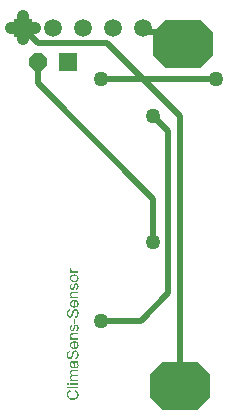
<source format=gtl>
G04*
G04 #@! TF.GenerationSoftware,Altium Limited,Altium NEXUS,1.0.9 (89)*
G04*
G04 Layer_Physical_Order=1*
G04 Layer_Color=255*
%FSLAX42Y42*%
%MOMM*%
G71*
G01*
G75*
G04:AMPARAMS|DCode=11|XSize=4mm|YSize=5mm|CornerRadius=0mm|HoleSize=0mm|Usage=FLASHONLY|Rotation=270.000|XOffset=0mm|YOffset=0mm|HoleType=Round|Shape=Octagon|*
%AMOCTAGOND11*
4,1,8,2.50,1.00,2.50,-1.00,1.50,-2.00,-1.50,-2.00,-2.50,-1.00,-2.50,1.00,-1.50,2.00,1.50,2.00,2.50,1.00,0.0*
%
%ADD11OCTAGOND11*%

%ADD12C,1.00*%
%ADD17C,0.50*%
%ADD18P,1.65X8X22.5*%
%ADD19R,1.52X1.52*%
%ADD20C,1.52*%
%ADD21C,1.27*%
G36*
X7665Y7599D02*
X7665Y7599D01*
X7665Y7599D01*
X7664Y7598D01*
X7664Y7597D01*
X7663Y7595D01*
X7663Y7594D01*
X7663Y7592D01*
X7663Y7591D01*
Y7590D01*
X7663Y7589D01*
X7663Y7589D01*
X7663Y7587D01*
X7664Y7586D01*
X7664Y7585D01*
X7665Y7584D01*
X7665Y7584D01*
X7665Y7583D01*
X7666Y7583D01*
X7667Y7582D01*
X7667Y7581D01*
X7669Y7581D01*
X7670Y7580D01*
X7671Y7580D01*
X7672Y7579D01*
X7672Y7579D01*
X7674Y7579D01*
X7675Y7579D01*
X7677Y7578D01*
X7680Y7578D01*
X7682Y7578D01*
X7685Y7578D01*
X7722D01*
Y7566D01*
X7652D01*
Y7577D01*
X7662D01*
X7662Y7577D01*
X7661Y7577D01*
X7660Y7578D01*
X7659Y7579D01*
X7657Y7580D01*
X7655Y7581D01*
X7654Y7583D01*
X7653Y7584D01*
X7653Y7584D01*
X7652Y7585D01*
X7652Y7585D01*
X7652Y7586D01*
X7651Y7587D01*
X7651Y7589D01*
X7651Y7590D01*
X7650Y7592D01*
Y7593D01*
X7651Y7594D01*
X7651Y7595D01*
X7651Y7597D01*
X7652Y7599D01*
X7653Y7601D01*
X7654Y7604D01*
X7665Y7599D01*
D02*
G37*
G36*
X7689Y7552D02*
X7691D01*
X7692Y7552D01*
X7694Y7552D01*
X7697Y7551D01*
X7700Y7550D01*
X7704Y7549D01*
X7707Y7548D01*
X7707D01*
X7707Y7548D01*
X7708Y7548D01*
X7708Y7547D01*
X7710Y7546D01*
X7711Y7545D01*
X7713Y7543D01*
X7715Y7541D01*
X7717Y7539D01*
X7719Y7536D01*
Y7536D01*
X7719Y7536D01*
X7719Y7536D01*
X7720Y7535D01*
X7720Y7534D01*
X7720Y7533D01*
X7721Y7531D01*
X7722Y7529D01*
X7722Y7526D01*
X7723Y7523D01*
X7723Y7519D01*
Y7518D01*
X7723Y7517D01*
X7723Y7516D01*
X7723Y7514D01*
X7722Y7513D01*
X7722Y7511D01*
X7721Y7507D01*
X7720Y7505D01*
X7719Y7503D01*
X7718Y7501D01*
X7717Y7499D01*
X7715Y7498D01*
X7714Y7496D01*
X7714Y7496D01*
X7713Y7496D01*
X7713Y7495D01*
X7712Y7495D01*
X7711Y7494D01*
X7710Y7493D01*
X7709Y7492D01*
X7707Y7492D01*
X7705Y7491D01*
X7703Y7490D01*
X7701Y7489D01*
X7698Y7488D01*
X7696Y7488D01*
X7693Y7487D01*
X7690Y7487D01*
X7687Y7487D01*
X7686D01*
X7686D01*
X7685Y7487D01*
X7684D01*
X7682Y7487D01*
X7680Y7488D01*
X7678Y7488D01*
X7676Y7488D01*
X7674Y7489D01*
X7671Y7490D01*
X7669Y7490D01*
X7667Y7492D01*
X7664Y7493D01*
X7662Y7494D01*
X7660Y7496D01*
X7658Y7498D01*
X7658Y7498D01*
X7658Y7498D01*
X7658Y7499D01*
X7657Y7499D01*
X7656Y7500D01*
X7656Y7501D01*
X7655Y7502D01*
X7654Y7504D01*
X7654Y7505D01*
X7653Y7507D01*
X7652Y7511D01*
X7651Y7515D01*
X7651Y7517D01*
X7650Y7519D01*
Y7521D01*
X7651Y7522D01*
X7651Y7523D01*
X7651Y7524D01*
X7651Y7526D01*
X7652Y7528D01*
X7653Y7532D01*
X7653Y7533D01*
X7654Y7535D01*
X7655Y7537D01*
X7657Y7539D01*
X7658Y7541D01*
X7660Y7543D01*
X7660Y7543D01*
X7660Y7543D01*
X7661Y7544D01*
X7662Y7544D01*
X7663Y7545D01*
X7664Y7546D01*
X7665Y7547D01*
X7667Y7548D01*
X7668Y7548D01*
X7670Y7549D01*
X7672Y7550D01*
X7675Y7551D01*
X7677Y7551D01*
X7680Y7552D01*
X7683Y7552D01*
X7686Y7552D01*
X7686D01*
X7686D01*
X7687D01*
X7688D01*
X7689Y7552D01*
D02*
G37*
G36*
X7703Y7477D02*
X7705Y7477D01*
X7706Y7477D01*
X7708Y7476D01*
X7710Y7475D01*
X7712Y7474D01*
X7713Y7474D01*
X7713Y7473D01*
X7714Y7472D01*
X7715Y7471D01*
X7717Y7470D01*
X7718Y7468D01*
X7719Y7466D01*
X7720Y7464D01*
X7721Y7464D01*
X7721Y7463D01*
X7721Y7461D01*
X7722Y7460D01*
X7722Y7457D01*
X7723Y7455D01*
X7723Y7452D01*
X7723Y7449D01*
Y7448D01*
X7723Y7447D01*
Y7446D01*
X7723Y7445D01*
X7722Y7442D01*
X7722Y7438D01*
X7721Y7435D01*
X7719Y7432D01*
X7719Y7430D01*
X7718Y7429D01*
Y7428D01*
X7717Y7428D01*
X7716Y7427D01*
X7715Y7426D01*
X7713Y7425D01*
X7711Y7423D01*
X7708Y7422D01*
X7705Y7420D01*
X7701Y7420D01*
X7699Y7431D01*
X7699D01*
X7699D01*
X7700Y7431D01*
X7701Y7432D01*
X7703Y7432D01*
X7705Y7433D01*
X7706Y7434D01*
X7708Y7435D01*
X7710Y7437D01*
X7710Y7437D01*
X7710Y7437D01*
X7711Y7438D01*
X7712Y7440D01*
X7712Y7442D01*
X7713Y7444D01*
X7713Y7446D01*
X7713Y7449D01*
Y7451D01*
X7713Y7452D01*
X7713Y7454D01*
X7713Y7456D01*
X7712Y7458D01*
X7711Y7460D01*
X7710Y7461D01*
X7710Y7461D01*
X7710Y7462D01*
X7709Y7463D01*
X7708Y7463D01*
X7707Y7464D01*
X7705Y7465D01*
X7704Y7465D01*
X7702Y7465D01*
X7702D01*
X7702D01*
X7701Y7465D01*
X7700Y7465D01*
X7699Y7464D01*
X7698Y7464D01*
X7697Y7463D01*
X7696Y7462D01*
X7696Y7462D01*
X7696Y7461D01*
X7696Y7460D01*
X7695Y7459D01*
X7694Y7458D01*
X7694Y7456D01*
X7693Y7454D01*
X7693Y7453D01*
X7693Y7451D01*
X7692Y7450D01*
Y7450D01*
X7692Y7449D01*
X7692Y7448D01*
X7692Y7448D01*
X7691Y7447D01*
X7691Y7445D01*
X7690Y7443D01*
X7689Y7440D01*
X7688Y7437D01*
X7687Y7434D01*
X7687Y7433D01*
X7686Y7432D01*
X7686Y7431D01*
X7686Y7431D01*
X7685Y7430D01*
X7685Y7429D01*
X7684Y7428D01*
X7683Y7426D01*
X7681Y7425D01*
X7680Y7424D01*
X7680Y7424D01*
X7679Y7424D01*
X7678Y7423D01*
X7677Y7423D01*
X7676Y7422D01*
X7674Y7422D01*
X7672Y7422D01*
X7670Y7422D01*
X7670D01*
X7670D01*
X7669Y7422D01*
X7668Y7422D01*
X7666Y7422D01*
X7665Y7422D01*
X7663Y7423D01*
X7662Y7424D01*
X7662Y7424D01*
X7661Y7424D01*
X7661Y7424D01*
X7660Y7425D01*
X7659Y7426D01*
X7657Y7427D01*
X7656Y7428D01*
X7655Y7429D01*
X7655Y7430D01*
X7655Y7430D01*
X7655Y7431D01*
X7654Y7431D01*
X7654Y7432D01*
X7653Y7434D01*
X7652Y7435D01*
X7652Y7437D01*
Y7437D01*
X7652Y7438D01*
X7651Y7439D01*
X7651Y7440D01*
X7651Y7442D01*
X7651Y7443D01*
X7650Y7445D01*
Y7449D01*
X7651Y7450D01*
X7651Y7452D01*
X7651Y7454D01*
X7651Y7457D01*
X7652Y7459D01*
X7653Y7462D01*
Y7462D01*
X7653Y7462D01*
X7653Y7463D01*
X7654Y7464D01*
X7655Y7465D01*
X7655Y7467D01*
X7657Y7468D01*
X7658Y7469D01*
X7659Y7471D01*
X7659Y7471D01*
X7660Y7471D01*
X7661Y7472D01*
X7662Y7472D01*
X7664Y7473D01*
X7665Y7474D01*
X7667Y7474D01*
X7670Y7475D01*
X7671Y7463D01*
X7671D01*
X7671Y7463D01*
X7670Y7463D01*
X7668Y7462D01*
X7667Y7462D01*
X7666Y7461D01*
X7664Y7460D01*
X7663Y7459D01*
X7663Y7458D01*
X7663Y7458D01*
X7662Y7457D01*
X7662Y7456D01*
X7661Y7454D01*
X7661Y7453D01*
X7660Y7450D01*
X7660Y7448D01*
Y7447D01*
X7660Y7445D01*
X7660Y7444D01*
X7661Y7442D01*
X7661Y7440D01*
X7662Y7438D01*
X7663Y7436D01*
X7663Y7436D01*
X7663Y7436D01*
X7664Y7435D01*
X7665Y7435D01*
X7665Y7434D01*
X7667Y7434D01*
X7668Y7433D01*
X7669Y7433D01*
X7669D01*
X7669D01*
X7670Y7433D01*
X7670D01*
X7672Y7434D01*
X7673Y7434D01*
X7673Y7435D01*
X7673Y7435D01*
X7674Y7436D01*
X7675Y7436D01*
X7675Y7437D01*
X7676Y7438D01*
X7676Y7439D01*
Y7439D01*
X7676Y7439D01*
X7677Y7440D01*
X7677Y7441D01*
X7677Y7442D01*
X7678Y7444D01*
X7678Y7445D01*
X7679Y7446D01*
X7679Y7448D01*
X7679Y7449D01*
Y7449D01*
X7680Y7450D01*
X7680Y7450D01*
X7680Y7451D01*
X7680Y7452D01*
X7681Y7454D01*
X7681Y7456D01*
X7682Y7459D01*
X7683Y7462D01*
X7684Y7465D01*
X7684Y7466D01*
X7685Y7467D01*
X7685Y7467D01*
X7685Y7468D01*
X7686Y7468D01*
X7686Y7470D01*
X7687Y7471D01*
X7688Y7472D01*
X7690Y7473D01*
X7691Y7475D01*
X7691Y7475D01*
X7692Y7475D01*
X7693Y7475D01*
X7694Y7476D01*
X7695Y7477D01*
X7697Y7477D01*
X7699Y7477D01*
X7701Y7477D01*
X7701D01*
X7702D01*
X7703Y7477D01*
D02*
G37*
G36*
X7722Y7394D02*
X7679D01*
X7679D01*
X7679D01*
X7678D01*
X7677D01*
X7675Y7394D01*
X7673Y7394D01*
X7672Y7394D01*
X7670Y7393D01*
X7668Y7393D01*
X7668D01*
X7668Y7393D01*
X7667Y7392D01*
X7666Y7392D01*
X7665Y7391D01*
X7665Y7390D01*
X7664Y7389D01*
X7663Y7388D01*
X7663Y7388D01*
X7663Y7387D01*
X7662Y7387D01*
X7662Y7386D01*
X7661Y7384D01*
X7661Y7383D01*
X7661Y7381D01*
X7661Y7380D01*
Y7378D01*
X7661Y7377D01*
X7661Y7375D01*
X7662Y7373D01*
X7663Y7371D01*
X7664Y7369D01*
X7665Y7367D01*
X7666Y7367D01*
X7666Y7366D01*
X7667Y7366D01*
X7668Y7365D01*
X7669Y7365D01*
X7670Y7364D01*
X7671Y7364D01*
X7672Y7363D01*
X7673Y7363D01*
X7675Y7362D01*
X7677Y7362D01*
X7679Y7362D01*
X7681Y7361D01*
X7684D01*
X7722D01*
Y7350D01*
X7652D01*
Y7360D01*
X7662D01*
X7662Y7360D01*
X7661Y7361D01*
X7661Y7361D01*
X7660Y7362D01*
X7659Y7362D01*
X7658Y7363D01*
X7657Y7365D01*
X7656Y7366D01*
X7655Y7367D01*
X7654Y7369D01*
X7653Y7371D01*
X7652Y7373D01*
X7651Y7375D01*
X7651Y7377D01*
X7651Y7380D01*
X7650Y7382D01*
Y7383D01*
X7651Y7385D01*
X7651Y7386D01*
X7651Y7388D01*
X7651Y7390D01*
X7652Y7392D01*
X7653Y7394D01*
X7653Y7394D01*
X7653Y7395D01*
X7654Y7396D01*
X7654Y7397D01*
X7655Y7398D01*
X7656Y7399D01*
X7657Y7401D01*
X7659Y7402D01*
X7659Y7402D01*
X7659Y7402D01*
X7660Y7403D01*
X7661Y7403D01*
X7662Y7404D01*
X7664Y7404D01*
X7665Y7405D01*
X7667Y7405D01*
X7667D01*
X7668Y7406D01*
X7669Y7406D01*
X7670Y7406D01*
X7672D01*
X7673Y7406D01*
X7676Y7406D01*
X7679D01*
X7722D01*
Y7394D01*
D02*
G37*
G36*
X7690Y7335D02*
Y7283D01*
X7690D01*
X7690D01*
X7691Y7283D01*
X7692D01*
X7693Y7283D01*
X7694Y7284D01*
X7696Y7284D01*
X7699Y7285D01*
X7702Y7286D01*
X7705Y7288D01*
X7707Y7290D01*
X7708Y7290D01*
X7708Y7291D01*
X7709Y7292D01*
X7710Y7294D01*
X7712Y7296D01*
X7712Y7298D01*
X7713Y7301D01*
X7713Y7304D01*
Y7305D01*
X7713Y7306D01*
X7713Y7308D01*
X7713Y7310D01*
X7712Y7311D01*
X7711Y7313D01*
X7710Y7315D01*
X7710Y7315D01*
X7709Y7316D01*
X7709Y7317D01*
X7707Y7318D01*
X7706Y7319D01*
X7704Y7320D01*
X7702Y7321D01*
X7699Y7323D01*
X7701Y7335D01*
X7701D01*
X7701Y7335D01*
X7702Y7334D01*
X7702Y7334D01*
X7703Y7334D01*
X7704Y7333D01*
X7707Y7332D01*
X7709Y7331D01*
X7712Y7329D01*
X7715Y7327D01*
X7717Y7324D01*
Y7324D01*
X7718Y7324D01*
X7718Y7323D01*
X7718Y7323D01*
X7719Y7322D01*
X7719Y7321D01*
X7720Y7320D01*
X7720Y7319D01*
X7721Y7316D01*
X7722Y7312D01*
X7723Y7308D01*
X7723Y7304D01*
Y7303D01*
X7723Y7302D01*
X7723Y7300D01*
X7723Y7299D01*
X7722Y7297D01*
X7722Y7295D01*
X7721Y7292D01*
X7720Y7289D01*
X7719Y7287D01*
X7718Y7285D01*
X7717Y7283D01*
X7715Y7282D01*
X7714Y7280D01*
X7714Y7280D01*
X7713Y7279D01*
X7713Y7279D01*
X7712Y7278D01*
X7711Y7278D01*
X7710Y7277D01*
X7709Y7276D01*
X7707Y7275D01*
X7705Y7275D01*
X7703Y7274D01*
X7701Y7273D01*
X7699Y7272D01*
X7696Y7272D01*
X7693Y7271D01*
X7691Y7271D01*
X7687Y7271D01*
X7687D01*
X7687D01*
X7686D01*
X7685Y7271D01*
X7683Y7271D01*
X7681Y7271D01*
X7679Y7272D01*
X7677Y7272D01*
X7673Y7273D01*
X7671Y7274D01*
X7668Y7275D01*
X7666Y7276D01*
X7664Y7277D01*
X7662Y7278D01*
X7660Y7280D01*
X7660Y7280D01*
X7660Y7280D01*
X7659Y7281D01*
X7659Y7282D01*
X7658Y7283D01*
X7657Y7284D01*
X7656Y7285D01*
X7655Y7286D01*
X7654Y7288D01*
X7653Y7290D01*
X7653Y7292D01*
X7652Y7294D01*
X7651Y7296D01*
X7651Y7298D01*
X7651Y7301D01*
X7650Y7303D01*
Y7305D01*
X7651Y7306D01*
X7651Y7307D01*
X7651Y7308D01*
X7651Y7310D01*
X7652Y7311D01*
X7653Y7315D01*
X7654Y7317D01*
X7654Y7319D01*
X7656Y7321D01*
X7657Y7323D01*
X7658Y7324D01*
X7660Y7326D01*
X7660Y7326D01*
X7660Y7327D01*
X7661Y7327D01*
X7662Y7328D01*
X7663Y7328D01*
X7664Y7329D01*
X7665Y7330D01*
X7667Y7331D01*
X7669Y7331D01*
X7671Y7332D01*
X7673Y7333D01*
X7675Y7334D01*
X7678Y7334D01*
X7680Y7335D01*
X7683Y7335D01*
X7687Y7335D01*
X7687D01*
X7687D01*
X7688D01*
X7690Y7335D01*
D02*
G37*
G36*
X7697Y7259D02*
X7699Y7259D01*
X7701Y7258D01*
X7704Y7257D01*
X7706Y7256D01*
X7709Y7255D01*
X7709D01*
X7709Y7255D01*
X7710Y7254D01*
X7711Y7253D01*
X7713Y7251D01*
X7714Y7250D01*
X7716Y7247D01*
X7718Y7245D01*
X7719Y7242D01*
Y7242D01*
X7720Y7242D01*
X7720Y7241D01*
X7720Y7241D01*
X7720Y7240D01*
X7721Y7239D01*
X7721Y7237D01*
X7722Y7234D01*
X7723Y7231D01*
X7723Y7227D01*
X7723Y7224D01*
Y7221D01*
X7723Y7220D01*
Y7219D01*
X7723Y7218D01*
X7723Y7216D01*
X7722Y7213D01*
X7722Y7209D01*
X7721Y7205D01*
X7719Y7202D01*
Y7202D01*
X7719Y7201D01*
X7719Y7201D01*
X7719Y7200D01*
X7718Y7199D01*
X7717Y7197D01*
X7715Y7194D01*
X7713Y7192D01*
X7711Y7190D01*
X7708Y7188D01*
X7708D01*
X7708Y7188D01*
X7707Y7187D01*
X7707Y7187D01*
X7706Y7187D01*
X7705Y7186D01*
X7703Y7185D01*
X7700Y7184D01*
X7697Y7184D01*
X7694Y7183D01*
X7691Y7183D01*
X7690Y7195D01*
X7690D01*
X7690D01*
X7691Y7195D01*
X7692Y7195D01*
X7694Y7195D01*
X7696Y7196D01*
X7698Y7197D01*
X7700Y7198D01*
X7702Y7199D01*
X7702Y7199D01*
X7702Y7199D01*
X7703Y7200D01*
X7704Y7201D01*
X7705Y7202D01*
X7707Y7204D01*
X7708Y7206D01*
X7709Y7208D01*
Y7208D01*
X7709Y7209D01*
X7709Y7209D01*
X7710Y7211D01*
X7710Y7213D01*
X7711Y7215D01*
X7711Y7217D01*
X7712Y7220D01*
X7712Y7223D01*
Y7224D01*
X7712Y7226D01*
X7712Y7227D01*
X7711Y7229D01*
X7711Y7231D01*
X7710Y7234D01*
X7710Y7236D01*
X7710Y7236D01*
X7709Y7237D01*
X7709Y7238D01*
X7708Y7239D01*
X7707Y7240D01*
X7706Y7242D01*
X7705Y7243D01*
X7704Y7244D01*
X7704Y7244D01*
X7703Y7244D01*
X7702Y7245D01*
X7701Y7245D01*
X7700Y7246D01*
X7699Y7246D01*
X7697Y7247D01*
X7696Y7247D01*
X7695D01*
X7695D01*
X7694Y7247D01*
X7693Y7247D01*
X7692Y7246D01*
X7690Y7246D01*
X7689Y7245D01*
X7688Y7244D01*
X7688Y7244D01*
X7687Y7244D01*
X7687Y7243D01*
X7686Y7242D01*
X7685Y7241D01*
X7684Y7240D01*
X7683Y7238D01*
X7682Y7236D01*
X7682Y7235D01*
X7682Y7235D01*
X7681Y7234D01*
X7681Y7233D01*
X7681Y7232D01*
X7681Y7231D01*
X7680Y7230D01*
X7680Y7228D01*
X7679Y7227D01*
X7679Y7225D01*
X7678Y7223D01*
X7678Y7221D01*
X7677Y7218D01*
Y7218D01*
X7677Y7218D01*
X7677Y7217D01*
X7677Y7216D01*
X7676Y7215D01*
X7676Y7214D01*
X7675Y7211D01*
X7674Y7208D01*
X7673Y7205D01*
X7672Y7202D01*
X7672Y7201D01*
X7671Y7200D01*
Y7200D01*
X7671Y7200D01*
X7671Y7199D01*
X7670Y7198D01*
X7669Y7196D01*
X7668Y7194D01*
X7666Y7193D01*
X7664Y7191D01*
X7663Y7190D01*
X7662Y7189D01*
X7662Y7189D01*
X7660Y7189D01*
X7659Y7188D01*
X7657Y7187D01*
X7655Y7187D01*
X7653Y7186D01*
X7650Y7186D01*
X7650D01*
X7650D01*
X7650D01*
X7649D01*
X7648Y7187D01*
X7646Y7187D01*
X7644Y7187D01*
X7642Y7188D01*
X7639Y7189D01*
X7637Y7190D01*
X7637D01*
X7637Y7190D01*
X7636Y7191D01*
X7635Y7192D01*
X7633Y7193D01*
X7632Y7195D01*
X7630Y7197D01*
X7628Y7200D01*
X7627Y7202D01*
Y7203D01*
X7627Y7203D01*
X7627Y7203D01*
X7627Y7204D01*
X7626Y7205D01*
X7626Y7205D01*
X7625Y7208D01*
X7625Y7210D01*
X7624Y7213D01*
X7624Y7217D01*
X7624Y7220D01*
Y7222D01*
X7624Y7223D01*
Y7224D01*
X7624Y7226D01*
X7625Y7229D01*
X7625Y7232D01*
X7626Y7236D01*
X7627Y7239D01*
Y7239D01*
X7628Y7239D01*
X7628Y7240D01*
X7628Y7240D01*
X7629Y7242D01*
X7630Y7244D01*
X7631Y7246D01*
X7633Y7248D01*
X7635Y7250D01*
X7638Y7251D01*
X7638Y7252D01*
X7639Y7252D01*
X7640Y7253D01*
X7642Y7254D01*
X7644Y7255D01*
X7647Y7255D01*
X7650Y7256D01*
X7653Y7256D01*
X7653Y7244D01*
X7653D01*
X7653D01*
X7653Y7244D01*
X7652Y7244D01*
X7650Y7244D01*
X7648Y7243D01*
X7646Y7242D01*
X7644Y7241D01*
X7642Y7239D01*
X7640Y7237D01*
X7640Y7237D01*
X7639Y7236D01*
X7638Y7235D01*
X7637Y7233D01*
X7637Y7231D01*
X7636Y7228D01*
X7635Y7224D01*
X7635Y7221D01*
Y7219D01*
X7635Y7218D01*
X7635Y7217D01*
X7636Y7214D01*
X7636Y7211D01*
X7637Y7209D01*
X7638Y7206D01*
X7639Y7205D01*
X7639Y7204D01*
X7640Y7204D01*
X7640Y7203D01*
X7641Y7202D01*
X7642Y7201D01*
X7644Y7200D01*
X7646Y7199D01*
X7648Y7199D01*
X7650Y7199D01*
X7650D01*
X7651D01*
X7652Y7199D01*
X7653Y7199D01*
X7654Y7199D01*
X7655Y7200D01*
X7657Y7201D01*
X7658Y7202D01*
X7658Y7202D01*
X7659Y7203D01*
X7659Y7204D01*
X7659Y7204D01*
X7660Y7205D01*
X7660Y7206D01*
X7661Y7207D01*
X7661Y7209D01*
X7662Y7210D01*
X7663Y7212D01*
X7663Y7214D01*
X7664Y7216D01*
X7664Y7219D01*
X7665Y7221D01*
Y7222D01*
X7665Y7222D01*
X7665Y7223D01*
X7666Y7224D01*
X7666Y7225D01*
X7666Y7227D01*
X7667Y7230D01*
X7668Y7233D01*
X7669Y7237D01*
X7669Y7239D01*
X7670Y7240D01*
X7671Y7242D01*
X7671Y7243D01*
Y7243D01*
X7671Y7243D01*
X7671Y7244D01*
X7672Y7244D01*
X7673Y7246D01*
X7674Y7247D01*
X7675Y7249D01*
X7677Y7252D01*
X7679Y7253D01*
X7681Y7255D01*
X7681Y7255D01*
X7682Y7256D01*
X7683Y7256D01*
X7685Y7257D01*
X7687Y7258D01*
X7689Y7259D01*
X7692Y7259D01*
X7694Y7259D01*
X7695D01*
X7695D01*
X7695D01*
X7696D01*
X7697Y7259D01*
D02*
G37*
G36*
X7693Y7136D02*
X7681D01*
Y7172D01*
X7693D01*
Y7136D01*
D02*
G37*
G36*
X7703Y7127D02*
X7705Y7126D01*
X7706Y7126D01*
X7708Y7125D01*
X7710Y7124D01*
X7712Y7123D01*
X7713Y7123D01*
X7713Y7123D01*
X7714Y7122D01*
X7715Y7121D01*
X7717Y7119D01*
X7718Y7118D01*
X7719Y7116D01*
X7720Y7113D01*
X7721Y7113D01*
X7721Y7112D01*
X7721Y7111D01*
X7722Y7109D01*
X7722Y7107D01*
X7723Y7104D01*
X7723Y7102D01*
X7723Y7099D01*
Y7097D01*
X7723Y7096D01*
Y7095D01*
X7723Y7094D01*
X7722Y7091D01*
X7722Y7088D01*
X7721Y7084D01*
X7719Y7081D01*
X7719Y7079D01*
X7718Y7078D01*
Y7078D01*
X7717Y7078D01*
X7716Y7077D01*
X7715Y7076D01*
X7713Y7074D01*
X7711Y7073D01*
X7708Y7071D01*
X7705Y7070D01*
X7701Y7069D01*
X7699Y7081D01*
X7699D01*
X7699D01*
X7700Y7081D01*
X7701Y7081D01*
X7703Y7082D01*
X7705Y7082D01*
X7706Y7083D01*
X7708Y7085D01*
X7710Y7086D01*
X7710Y7086D01*
X7710Y7087D01*
X7711Y7088D01*
X7712Y7089D01*
X7712Y7091D01*
X7713Y7093D01*
X7713Y7096D01*
X7713Y7099D01*
Y7100D01*
X7713Y7101D01*
X7713Y7103D01*
X7713Y7105D01*
X7712Y7107D01*
X7711Y7109D01*
X7710Y7111D01*
X7710Y7111D01*
X7710Y7111D01*
X7709Y7112D01*
X7708Y7113D01*
X7707Y7113D01*
X7705Y7114D01*
X7704Y7115D01*
X7702Y7115D01*
X7702D01*
X7702D01*
X7701Y7115D01*
X7700Y7114D01*
X7699Y7114D01*
X7698Y7113D01*
X7697Y7112D01*
X7696Y7111D01*
X7696Y7111D01*
X7696Y7111D01*
X7696Y7110D01*
X7695Y7109D01*
X7694Y7107D01*
X7694Y7105D01*
X7693Y7104D01*
X7693Y7102D01*
X7693Y7101D01*
X7692Y7099D01*
Y7099D01*
X7692Y7099D01*
X7692Y7098D01*
X7692Y7097D01*
X7691Y7096D01*
X7691Y7095D01*
X7690Y7092D01*
X7689Y7089D01*
X7688Y7086D01*
X7687Y7083D01*
X7687Y7082D01*
X7686Y7081D01*
X7686Y7081D01*
X7686Y7080D01*
X7685Y7079D01*
X7685Y7078D01*
X7684Y7077D01*
X7683Y7076D01*
X7681Y7075D01*
X7680Y7074D01*
X7680Y7073D01*
X7679Y7073D01*
X7678Y7073D01*
X7677Y7072D01*
X7676Y7072D01*
X7674Y7071D01*
X7672Y7071D01*
X7670Y7071D01*
X7670D01*
X7670D01*
X7669Y7071D01*
X7668Y7071D01*
X7666Y7071D01*
X7665Y7072D01*
X7663Y7072D01*
X7662Y7073D01*
X7662Y7073D01*
X7661Y7073D01*
X7661Y7074D01*
X7660Y7075D01*
X7659Y7075D01*
X7657Y7076D01*
X7656Y7078D01*
X7655Y7079D01*
X7655Y7079D01*
X7655Y7079D01*
X7655Y7080D01*
X7654Y7081D01*
X7654Y7082D01*
X7653Y7083D01*
X7652Y7085D01*
X7652Y7086D01*
Y7087D01*
X7652Y7087D01*
X7651Y7088D01*
X7651Y7089D01*
X7651Y7091D01*
X7651Y7093D01*
X7650Y7095D01*
Y7098D01*
X7651Y7100D01*
X7651Y7101D01*
X7651Y7104D01*
X7651Y7106D01*
X7652Y7109D01*
X7653Y7111D01*
Y7111D01*
X7653Y7111D01*
X7653Y7112D01*
X7654Y7113D01*
X7655Y7114D01*
X7655Y7116D01*
X7657Y7117D01*
X7658Y7119D01*
X7659Y7120D01*
X7659Y7120D01*
X7660Y7121D01*
X7661Y7121D01*
X7662Y7122D01*
X7664Y7122D01*
X7665Y7123D01*
X7667Y7124D01*
X7670Y7124D01*
X7671Y7113D01*
X7671D01*
X7671Y7113D01*
X7670Y7112D01*
X7668Y7112D01*
X7667Y7111D01*
X7666Y7110D01*
X7664Y7109D01*
X7663Y7108D01*
X7663Y7108D01*
X7663Y7107D01*
X7662Y7106D01*
X7662Y7105D01*
X7661Y7104D01*
X7661Y7102D01*
X7660Y7100D01*
X7660Y7097D01*
Y7096D01*
X7660Y7095D01*
X7660Y7093D01*
X7661Y7091D01*
X7661Y7089D01*
X7662Y7087D01*
X7663Y7086D01*
X7663Y7086D01*
X7663Y7085D01*
X7664Y7085D01*
X7665Y7084D01*
X7665Y7084D01*
X7667Y7083D01*
X7668Y7083D01*
X7669Y7082D01*
X7669D01*
X7669D01*
X7670Y7083D01*
X7670D01*
X7672Y7083D01*
X7673Y7084D01*
X7673Y7084D01*
X7673Y7084D01*
X7674Y7085D01*
X7675Y7086D01*
X7675Y7086D01*
X7676Y7087D01*
X7676Y7088D01*
Y7088D01*
X7676Y7089D01*
X7677Y7089D01*
X7677Y7090D01*
X7677Y7092D01*
X7678Y7093D01*
X7678Y7095D01*
X7679Y7096D01*
X7679Y7097D01*
X7679Y7099D01*
Y7099D01*
X7680Y7099D01*
X7680Y7100D01*
X7680Y7101D01*
X7680Y7102D01*
X7681Y7103D01*
X7681Y7106D01*
X7682Y7108D01*
X7683Y7111D01*
X7684Y7114D01*
X7684Y7115D01*
X7685Y7116D01*
X7685Y7116D01*
X7685Y7117D01*
X7686Y7118D01*
X7686Y7119D01*
X7687Y7120D01*
X7688Y7122D01*
X7690Y7123D01*
X7691Y7124D01*
X7691Y7124D01*
X7692Y7124D01*
X7693Y7125D01*
X7694Y7125D01*
X7695Y7126D01*
X7697Y7126D01*
X7699Y7127D01*
X7701Y7127D01*
X7701D01*
X7702D01*
X7703Y7127D01*
D02*
G37*
G36*
X7722Y7044D02*
X7679D01*
X7679D01*
X7679D01*
X7678D01*
X7677D01*
X7675Y7044D01*
X7673Y7043D01*
X7672Y7043D01*
X7670Y7043D01*
X7668Y7042D01*
X7668D01*
X7668Y7042D01*
X7667Y7042D01*
X7666Y7041D01*
X7665Y7040D01*
X7665Y7040D01*
X7664Y7039D01*
X7663Y7037D01*
X7663Y7037D01*
X7663Y7037D01*
X7662Y7036D01*
X7662Y7035D01*
X7661Y7034D01*
X7661Y7032D01*
X7661Y7031D01*
X7661Y7029D01*
Y7028D01*
X7661Y7027D01*
X7661Y7025D01*
X7662Y7023D01*
X7663Y7021D01*
X7664Y7018D01*
X7665Y7016D01*
X7666Y7016D01*
X7666Y7015D01*
X7667Y7015D01*
X7668Y7015D01*
X7669Y7014D01*
X7670Y7014D01*
X7671Y7013D01*
X7672Y7013D01*
X7673Y7012D01*
X7675Y7012D01*
X7677Y7011D01*
X7679Y7011D01*
X7681Y7011D01*
X7684D01*
X7722D01*
Y6999D01*
X7652D01*
Y7010D01*
X7662D01*
X7662Y7010D01*
X7661Y7010D01*
X7661Y7011D01*
X7660Y7011D01*
X7659Y7012D01*
X7658Y7013D01*
X7657Y7014D01*
X7656Y7015D01*
X7655Y7017D01*
X7654Y7018D01*
X7653Y7020D01*
X7652Y7022D01*
X7651Y7024D01*
X7651Y7027D01*
X7651Y7029D01*
X7650Y7032D01*
Y7033D01*
X7651Y7034D01*
X7651Y7036D01*
X7651Y7037D01*
X7651Y7039D01*
X7652Y7041D01*
X7653Y7043D01*
X7653Y7044D01*
X7653Y7044D01*
X7654Y7045D01*
X7654Y7046D01*
X7655Y7048D01*
X7656Y7049D01*
X7657Y7050D01*
X7659Y7051D01*
X7659Y7051D01*
X7659Y7052D01*
X7660Y7052D01*
X7661Y7053D01*
X7662Y7053D01*
X7664Y7054D01*
X7665Y7054D01*
X7667Y7055D01*
X7667D01*
X7668Y7055D01*
X7669Y7055D01*
X7670Y7055D01*
X7672D01*
X7673Y7055D01*
X7676Y7056D01*
X7679D01*
X7722D01*
Y7044D01*
D02*
G37*
G36*
X7690Y6984D02*
Y6933D01*
X7690D01*
X7690D01*
X7691Y6933D01*
X7692D01*
X7693Y6933D01*
X7694Y6933D01*
X7696Y6934D01*
X7699Y6934D01*
X7702Y6936D01*
X7705Y6937D01*
X7707Y6939D01*
X7708Y6939D01*
X7708Y6940D01*
X7709Y6941D01*
X7710Y6943D01*
X7712Y6945D01*
X7712Y6947D01*
X7713Y6950D01*
X7713Y6953D01*
Y6955D01*
X7713Y6956D01*
X7713Y6957D01*
X7713Y6959D01*
X7712Y6961D01*
X7711Y6963D01*
X7710Y6965D01*
X7710Y6965D01*
X7709Y6965D01*
X7709Y6966D01*
X7707Y6967D01*
X7706Y6968D01*
X7704Y6970D01*
X7702Y6971D01*
X7699Y6972D01*
X7701Y6984D01*
X7701D01*
X7701Y6984D01*
X7702Y6984D01*
X7702Y6984D01*
X7703Y6983D01*
X7704Y6983D01*
X7707Y6982D01*
X7709Y6980D01*
X7712Y6978D01*
X7715Y6976D01*
X7717Y6973D01*
Y6973D01*
X7718Y6973D01*
X7718Y6973D01*
X7718Y6972D01*
X7719Y6971D01*
X7719Y6970D01*
X7720Y6969D01*
X7720Y6968D01*
X7721Y6965D01*
X7722Y6962D01*
X7723Y6958D01*
X7723Y6953D01*
Y6952D01*
X7723Y6951D01*
X7723Y6950D01*
X7723Y6948D01*
X7722Y6946D01*
X7722Y6945D01*
X7721Y6941D01*
X7720Y6939D01*
X7719Y6937D01*
X7718Y6935D01*
X7717Y6933D01*
X7715Y6931D01*
X7714Y6929D01*
X7714Y6929D01*
X7713Y6929D01*
X7713Y6928D01*
X7712Y6928D01*
X7711Y6927D01*
X7710Y6926D01*
X7709Y6926D01*
X7707Y6925D01*
X7705Y6924D01*
X7703Y6923D01*
X7701Y6922D01*
X7699Y6922D01*
X7696Y6921D01*
X7693Y6921D01*
X7691Y6921D01*
X7687Y6920D01*
X7687D01*
X7687D01*
X7686D01*
X7685Y6921D01*
X7683Y6921D01*
X7681Y6921D01*
X7679Y6921D01*
X7677Y6922D01*
X7673Y6923D01*
X7671Y6923D01*
X7668Y6924D01*
X7666Y6925D01*
X7664Y6926D01*
X7662Y6928D01*
X7660Y6929D01*
X7660Y6930D01*
X7660Y6930D01*
X7659Y6930D01*
X7659Y6931D01*
X7658Y6932D01*
X7657Y6933D01*
X7656Y6934D01*
X7655Y6936D01*
X7654Y6937D01*
X7653Y6939D01*
X7653Y6941D01*
X7652Y6943D01*
X7651Y6945D01*
X7651Y6948D01*
X7651Y6950D01*
X7650Y6953D01*
Y6954D01*
X7651Y6955D01*
X7651Y6956D01*
X7651Y6958D01*
X7651Y6959D01*
X7652Y6961D01*
X7653Y6964D01*
X7654Y6966D01*
X7654Y6968D01*
X7656Y6970D01*
X7657Y6972D01*
X7658Y6974D01*
X7660Y6976D01*
X7660Y6976D01*
X7660Y6976D01*
X7661Y6976D01*
X7662Y6977D01*
X7663Y6978D01*
X7664Y6978D01*
X7665Y6979D01*
X7667Y6980D01*
X7669Y6981D01*
X7671Y6982D01*
X7673Y6982D01*
X7675Y6983D01*
X7678Y6984D01*
X7680Y6984D01*
X7683Y6984D01*
X7687Y6985D01*
X7687D01*
X7687D01*
X7688D01*
X7690Y6984D01*
D02*
G37*
G36*
X7697Y6908D02*
X7699Y6908D01*
X7701Y6907D01*
X7704Y6907D01*
X7706Y6906D01*
X7709Y6904D01*
X7709D01*
X7709Y6904D01*
X7710Y6903D01*
X7711Y6902D01*
X7713Y6901D01*
X7714Y6899D01*
X7716Y6897D01*
X7718Y6894D01*
X7719Y6891D01*
Y6891D01*
X7720Y6891D01*
X7720Y6891D01*
X7720Y6890D01*
X7720Y6889D01*
X7721Y6888D01*
X7721Y6886D01*
X7722Y6883D01*
X7723Y6880D01*
X7723Y6877D01*
X7723Y6873D01*
Y6871D01*
X7723Y6870D01*
Y6868D01*
X7723Y6867D01*
X7723Y6865D01*
X7722Y6862D01*
X7722Y6858D01*
X7721Y6855D01*
X7719Y6851D01*
Y6851D01*
X7719Y6851D01*
X7719Y6850D01*
X7719Y6850D01*
X7718Y6848D01*
X7717Y6846D01*
X7715Y6844D01*
X7713Y6842D01*
X7711Y6839D01*
X7708Y6837D01*
X7708D01*
X7708Y6837D01*
X7707Y6837D01*
X7707Y6837D01*
X7706Y6836D01*
X7705Y6836D01*
X7703Y6835D01*
X7700Y6834D01*
X7697Y6833D01*
X7694Y6832D01*
X7691Y6832D01*
X7690Y6844D01*
X7690D01*
X7690D01*
X7691Y6844D01*
X7692Y6845D01*
X7694Y6845D01*
X7696Y6845D01*
X7698Y6846D01*
X7700Y6847D01*
X7702Y6848D01*
X7702Y6848D01*
X7702Y6849D01*
X7703Y6849D01*
X7704Y6850D01*
X7705Y6852D01*
X7707Y6853D01*
X7708Y6855D01*
X7709Y6858D01*
Y6858D01*
X7709Y6858D01*
X7709Y6859D01*
X7710Y6860D01*
X7710Y6862D01*
X7711Y6864D01*
X7711Y6867D01*
X7712Y6869D01*
X7712Y6872D01*
Y6874D01*
X7712Y6875D01*
X7712Y6877D01*
X7711Y6879D01*
X7711Y6881D01*
X7710Y6883D01*
X7710Y6885D01*
X7710Y6885D01*
X7709Y6886D01*
X7709Y6887D01*
X7708Y6888D01*
X7707Y6890D01*
X7706Y6891D01*
X7705Y6892D01*
X7704Y6893D01*
X7704Y6894D01*
X7703Y6894D01*
X7702Y6894D01*
X7701Y6895D01*
X7700Y6895D01*
X7699Y6896D01*
X7697Y6896D01*
X7696Y6896D01*
X7695D01*
X7695D01*
X7694Y6896D01*
X7693Y6896D01*
X7692Y6896D01*
X7690Y6895D01*
X7689Y6895D01*
X7688Y6894D01*
X7688Y6894D01*
X7687Y6893D01*
X7687Y6893D01*
X7686Y6892D01*
X7685Y6890D01*
X7684Y6889D01*
X7683Y6887D01*
X7682Y6885D01*
X7682Y6885D01*
X7682Y6884D01*
X7681Y6883D01*
X7681Y6882D01*
X7681Y6881D01*
X7681Y6880D01*
X7680Y6879D01*
X7680Y6878D01*
X7679Y6876D01*
X7679Y6874D01*
X7678Y6872D01*
X7678Y6870D01*
X7677Y6868D01*
Y6868D01*
X7677Y6867D01*
X7677Y6867D01*
X7677Y6866D01*
X7676Y6865D01*
X7676Y6863D01*
X7675Y6861D01*
X7674Y6857D01*
X7673Y6854D01*
X7672Y6852D01*
X7672Y6850D01*
X7671Y6849D01*
Y6849D01*
X7671Y6849D01*
X7671Y6848D01*
X7670Y6847D01*
X7669Y6845D01*
X7668Y6844D01*
X7666Y6842D01*
X7664Y6840D01*
X7663Y6839D01*
X7662Y6839D01*
X7662Y6838D01*
X7660Y6838D01*
X7659Y6837D01*
X7657Y6837D01*
X7655Y6836D01*
X7653Y6836D01*
X7650Y6836D01*
X7650D01*
X7650D01*
X7650D01*
X7649D01*
X7648Y6836D01*
X7646Y6836D01*
X7644Y6837D01*
X7642Y6837D01*
X7639Y6838D01*
X7637Y6840D01*
X7637D01*
X7637Y6840D01*
X7636Y6840D01*
X7635Y6841D01*
X7633Y6843D01*
X7632Y6845D01*
X7630Y6847D01*
X7628Y6849D01*
X7627Y6852D01*
Y6852D01*
X7627Y6852D01*
X7627Y6853D01*
X7627Y6853D01*
X7626Y6854D01*
X7626Y6855D01*
X7625Y6857D01*
X7625Y6860D01*
X7624Y6863D01*
X7624Y6866D01*
X7624Y6869D01*
Y6871D01*
X7624Y6872D01*
Y6873D01*
X7624Y6876D01*
X7625Y6879D01*
X7625Y6882D01*
X7626Y6885D01*
X7627Y6888D01*
Y6888D01*
X7628Y6889D01*
X7628Y6889D01*
X7628Y6890D01*
X7629Y6891D01*
X7630Y6893D01*
X7631Y6895D01*
X7633Y6897D01*
X7635Y6899D01*
X7638Y6901D01*
X7638Y6901D01*
X7639Y6902D01*
X7640Y6902D01*
X7642Y6903D01*
X7644Y6904D01*
X7647Y6905D01*
X7650Y6905D01*
X7653Y6906D01*
X7653Y6894D01*
X7653D01*
X7653D01*
X7653Y6893D01*
X7652Y6893D01*
X7650Y6893D01*
X7648Y6892D01*
X7646Y6891D01*
X7644Y6890D01*
X7642Y6889D01*
X7640Y6887D01*
X7640Y6887D01*
X7639Y6886D01*
X7638Y6884D01*
X7637Y6883D01*
X7637Y6880D01*
X7636Y6877D01*
X7635Y6874D01*
X7635Y6870D01*
Y6868D01*
X7635Y6867D01*
X7635Y6866D01*
X7636Y6864D01*
X7636Y6861D01*
X7637Y6858D01*
X7638Y6856D01*
X7639Y6854D01*
X7639Y6853D01*
X7640Y6853D01*
X7640Y6852D01*
X7641Y6852D01*
X7642Y6851D01*
X7644Y6850D01*
X7646Y6849D01*
X7648Y6848D01*
X7650Y6848D01*
X7650D01*
X7651D01*
X7652Y6848D01*
X7653Y6848D01*
X7654Y6849D01*
X7655Y6850D01*
X7657Y6850D01*
X7658Y6852D01*
X7658Y6852D01*
X7659Y6853D01*
X7659Y6853D01*
X7659Y6854D01*
X7660Y6854D01*
X7660Y6855D01*
X7661Y6857D01*
X7661Y6858D01*
X7662Y6860D01*
X7663Y6861D01*
X7663Y6863D01*
X7664Y6866D01*
X7664Y6868D01*
X7665Y6871D01*
Y6871D01*
X7665Y6872D01*
X7665Y6872D01*
X7666Y6873D01*
X7666Y6875D01*
X7666Y6876D01*
X7667Y6879D01*
X7668Y6883D01*
X7669Y6886D01*
X7669Y6888D01*
X7670Y6890D01*
X7671Y6891D01*
X7671Y6892D01*
Y6892D01*
X7671Y6893D01*
X7671Y6893D01*
X7672Y6894D01*
X7673Y6895D01*
X7674Y6897D01*
X7675Y6899D01*
X7677Y6901D01*
X7679Y6903D01*
X7681Y6905D01*
X7681Y6905D01*
X7682Y6905D01*
X7683Y6906D01*
X7685Y6907D01*
X7687Y6907D01*
X7689Y6908D01*
X7692Y6908D01*
X7694Y6909D01*
X7695D01*
X7695D01*
X7695D01*
X7696D01*
X7697Y6908D01*
D02*
G37*
G36*
X7722Y6808D02*
X7721Y6808D01*
X7721Y6808D01*
X7720Y6807D01*
X7719Y6807D01*
X7718Y6807D01*
X7716Y6806D01*
X7715Y6806D01*
X7713Y6806D01*
X7713Y6805D01*
X7714Y6805D01*
X7715Y6803D01*
X7716Y6802D01*
X7717Y6800D01*
X7719Y6798D01*
X7720Y6795D01*
X7721Y6793D01*
X7721Y6793D01*
X7721Y6792D01*
X7722Y6791D01*
X7722Y6789D01*
X7722Y6787D01*
X7723Y6785D01*
X7723Y6783D01*
X7723Y6780D01*
Y6779D01*
X7723Y6778D01*
Y6777D01*
X7723Y6776D01*
X7722Y6773D01*
X7722Y6771D01*
X7721Y6768D01*
X7719Y6765D01*
X7718Y6762D01*
X7717Y6762D01*
X7717Y6761D01*
X7715Y6760D01*
X7714Y6759D01*
X7712Y6758D01*
X7709Y6757D01*
X7706Y6756D01*
X7705Y6756D01*
X7703Y6756D01*
X7703D01*
X7702D01*
X7701Y6756D01*
X7700Y6756D01*
X7699Y6757D01*
X7697Y6757D01*
X7695Y6758D01*
X7694Y6758D01*
X7694Y6759D01*
X7693Y6759D01*
X7692Y6759D01*
X7691Y6760D01*
X7690Y6761D01*
X7689Y6762D01*
X7688Y6763D01*
X7687Y6764D01*
X7687Y6765D01*
X7687Y6765D01*
X7686Y6766D01*
X7686Y6767D01*
X7685Y6768D01*
X7684Y6770D01*
X7684Y6771D01*
X7683Y6773D01*
Y6773D01*
X7683Y6774D01*
X7683Y6775D01*
X7683Y6776D01*
X7682Y6777D01*
X7682Y6779D01*
X7682Y6781D01*
X7681Y6784D01*
Y6784D01*
X7681Y6784D01*
Y6785D01*
X7681Y6786D01*
X7681Y6787D01*
X7681Y6788D01*
X7681Y6790D01*
X7680Y6792D01*
X7680Y6795D01*
X7679Y6799D01*
X7678Y6802D01*
X7678Y6803D01*
X7677Y6805D01*
X7677D01*
X7677D01*
X7676Y6805D01*
X7675D01*
X7675D01*
X7674D01*
X7674D01*
X7674D01*
X7673D01*
X7672Y6805D01*
X7670Y6804D01*
X7669Y6804D01*
X7667Y6803D01*
X7665Y6803D01*
X7664Y6801D01*
X7664Y6801D01*
X7664Y6801D01*
X7663Y6800D01*
X7662Y6798D01*
X7661Y6796D01*
X7661Y6794D01*
X7660Y6791D01*
X7660Y6788D01*
Y6787D01*
X7660Y6785D01*
X7661Y6783D01*
X7661Y6781D01*
X7661Y6779D01*
X7662Y6777D01*
X7663Y6776D01*
X7663Y6775D01*
X7664Y6775D01*
X7664Y6774D01*
X7665Y6773D01*
X7667Y6772D01*
X7669Y6771D01*
X7671Y6771D01*
X7673Y6770D01*
X7672Y6758D01*
X7672D01*
X7671Y6758D01*
X7670Y6758D01*
X7669Y6759D01*
X7667Y6759D01*
X7666Y6760D01*
X7664Y6761D01*
X7662Y6762D01*
X7660Y6763D01*
X7660Y6763D01*
X7659Y6764D01*
X7658Y6765D01*
X7657Y6766D01*
X7656Y6767D01*
X7655Y6769D01*
X7654Y6771D01*
X7653Y6774D01*
Y6774D01*
X7653Y6774D01*
X7653Y6774D01*
X7653Y6775D01*
X7652Y6776D01*
X7652Y6778D01*
X7651Y6781D01*
X7651Y6783D01*
X7651Y6786D01*
X7650Y6790D01*
Y6791D01*
X7651Y6793D01*
X7651Y6795D01*
X7651Y6797D01*
X7651Y6800D01*
X7652Y6802D01*
X7653Y6804D01*
X7653Y6804D01*
X7653Y6805D01*
X7653Y6806D01*
X7654Y6807D01*
X7655Y6809D01*
X7656Y6810D01*
X7657Y6811D01*
X7658Y6812D01*
X7658Y6812D01*
X7658Y6813D01*
X7659Y6813D01*
X7660Y6814D01*
X7661Y6814D01*
X7663Y6815D01*
X7664Y6816D01*
X7666Y6816D01*
X7666D01*
X7666Y6816D01*
X7667Y6816D01*
X7668Y6816D01*
X7670D01*
X7672Y6817D01*
X7674Y6817D01*
X7677D01*
X7692D01*
X7693D01*
X7693D01*
X7694D01*
X7695D01*
X7696D01*
X7698D01*
X7701Y6817D01*
X7705D01*
X7708Y6817D01*
X7710Y6817D01*
X7711D01*
X7712Y6817D01*
X7713Y6817D01*
X7713D01*
X7714Y6818D01*
X7715Y6818D01*
X7716Y6818D01*
X7717Y6818D01*
X7719Y6819D01*
X7722Y6820D01*
Y6808D01*
D02*
G37*
G36*
Y6731D02*
X7678D01*
X7678D01*
X7677D01*
X7677D01*
X7675D01*
X7674Y6731D01*
X7672Y6731D01*
X7670Y6731D01*
X7669Y6730D01*
X7668Y6730D01*
X7667D01*
X7667Y6730D01*
X7666Y6729D01*
X7666Y6729D01*
X7665Y6728D01*
X7664Y6728D01*
X7663Y6727D01*
X7663Y6726D01*
X7663Y6726D01*
X7662Y6725D01*
X7662Y6725D01*
X7662Y6724D01*
X7661Y6723D01*
X7661Y6722D01*
X7661Y6720D01*
X7661Y6719D01*
Y6718D01*
X7661Y6718D01*
X7661Y6716D01*
X7661Y6714D01*
X7662Y6713D01*
X7663Y6710D01*
X7664Y6708D01*
X7666Y6706D01*
X7666Y6706D01*
X7666Y6706D01*
X7668Y6705D01*
X7669Y6704D01*
X7672Y6703D01*
X7674Y6702D01*
X7677Y6702D01*
X7681Y6702D01*
X7722D01*
Y6690D01*
X7676D01*
X7676D01*
X7676D01*
X7676D01*
X7675D01*
X7674Y6690D01*
X7672Y6689D01*
X7670Y6689D01*
X7668Y6689D01*
X7666Y6688D01*
X7665Y6687D01*
X7665Y6687D01*
X7664Y6686D01*
X7663Y6686D01*
X7663Y6685D01*
X7662Y6683D01*
X7661Y6682D01*
X7661Y6680D01*
X7661Y6677D01*
Y6677D01*
X7661Y6676D01*
X7661Y6674D01*
X7661Y6673D01*
X7662Y6671D01*
X7663Y6670D01*
X7663Y6668D01*
X7664Y6668D01*
X7664Y6667D01*
X7665Y6667D01*
X7665Y6666D01*
X7666Y6665D01*
X7668Y6664D01*
X7669Y6663D01*
X7671Y6662D01*
X7671Y6662D01*
X7672Y6662D01*
X7673Y6661D01*
X7675Y6661D01*
X7677Y6661D01*
X7679Y6660D01*
X7682Y6660D01*
X7686Y6660D01*
X7722D01*
Y6648D01*
X7652D01*
Y6659D01*
X7662D01*
X7662Y6659D01*
X7661Y6659D01*
X7660Y6660D01*
X7659Y6661D01*
X7658Y6662D01*
X7656Y6664D01*
X7655Y6666D01*
X7654Y6668D01*
X7653Y6668D01*
X7653Y6669D01*
X7653Y6670D01*
X7652Y6671D01*
X7651Y6673D01*
X7651Y6675D01*
X7651Y6678D01*
X7650Y6680D01*
Y6681D01*
X7651Y6683D01*
X7651Y6685D01*
X7651Y6687D01*
X7652Y6689D01*
X7653Y6691D01*
X7654Y6693D01*
X7654Y6693D01*
X7654Y6694D01*
X7655Y6694D01*
X7656Y6695D01*
X7657Y6697D01*
X7659Y6698D01*
X7661Y6699D01*
X7663Y6700D01*
X7663Y6700D01*
X7662Y6700D01*
X7662Y6701D01*
X7661Y6701D01*
X7660Y6702D01*
X7659Y6703D01*
X7658Y6704D01*
X7657Y6706D01*
X7655Y6707D01*
X7654Y6709D01*
X7653Y6711D01*
X7652Y6712D01*
X7652Y6715D01*
X7651Y6717D01*
X7651Y6719D01*
X7650Y6721D01*
Y6722D01*
X7651Y6723D01*
Y6724D01*
X7651Y6725D01*
X7651Y6727D01*
X7652Y6730D01*
X7653Y6733D01*
X7654Y6735D01*
X7656Y6737D01*
X7657Y6738D01*
X7657Y6738D01*
X7659Y6739D01*
X7661Y6740D01*
X7663Y6741D01*
X7665Y6742D01*
X7666Y6742D01*
X7668Y6742D01*
X7670Y6743D01*
X7672Y6743D01*
X7674D01*
X7722D01*
Y6731D01*
D02*
G37*
G36*
Y6619D02*
X7652D01*
Y6630D01*
X7722D01*
Y6619D01*
D02*
G37*
G36*
X7639D02*
X7626D01*
Y6630D01*
X7639D01*
Y6619D01*
D02*
G37*
G36*
X7722Y6588D02*
X7626D01*
Y6600D01*
X7722D01*
Y6588D01*
D02*
G37*
G36*
X7692Y6574D02*
X7693Y6574D01*
X7694Y6574D01*
X7695Y6573D01*
X7697Y6573D01*
X7698Y6572D01*
X7700Y6571D01*
X7704Y6569D01*
X7708Y6567D01*
X7710Y6565D01*
X7712Y6564D01*
X7713Y6562D01*
X7715Y6560D01*
X7715Y6560D01*
X7715Y6560D01*
X7716Y6559D01*
X7716Y6558D01*
X7717Y6557D01*
X7718Y6556D01*
X7718Y6555D01*
X7719Y6553D01*
X7720Y6551D01*
X7721Y6549D01*
X7721Y6547D01*
X7722Y6545D01*
X7722Y6543D01*
X7723Y6540D01*
X7723Y6538D01*
X7723Y6535D01*
Y6533D01*
X7723Y6532D01*
Y6531D01*
X7723Y6529D01*
X7723Y6528D01*
X7722Y6526D01*
X7722Y6522D01*
X7720Y6518D01*
X7719Y6513D01*
X7718Y6511D01*
X7717Y6510D01*
X7717Y6509D01*
X7717Y6509D01*
X7716Y6509D01*
X7716Y6508D01*
X7715Y6507D01*
X7714Y6506D01*
X7712Y6504D01*
X7710Y6502D01*
X7706Y6499D01*
X7703Y6497D01*
X7699Y6495D01*
X7698D01*
X7698Y6495D01*
X7697Y6494D01*
X7696Y6494D01*
X7695Y6494D01*
X7694Y6493D01*
X7693Y6493D01*
X7691Y6492D01*
X7689Y6492D01*
X7687Y6491D01*
X7683Y6491D01*
X7678Y6490D01*
X7673Y6490D01*
X7673D01*
X7672D01*
X7671D01*
X7670Y6490D01*
X7669D01*
X7667Y6490D01*
X7666Y6490D01*
X7664Y6490D01*
X7660Y6491D01*
X7655Y6492D01*
X7651Y6494D01*
X7647Y6495D01*
X7647D01*
X7646Y6496D01*
X7646Y6496D01*
X7645Y6496D01*
X7644Y6497D01*
X7643Y6498D01*
X7640Y6500D01*
X7638Y6502D01*
X7635Y6505D01*
X7632Y6508D01*
X7630Y6512D01*
Y6512D01*
X7629Y6512D01*
X7629Y6513D01*
X7629Y6514D01*
X7628Y6515D01*
X7628Y6516D01*
X7627Y6517D01*
X7627Y6519D01*
X7626Y6520D01*
X7626Y6522D01*
X7625Y6526D01*
X7624Y6530D01*
X7624Y6535D01*
Y6536D01*
X7624Y6537D01*
X7624Y6539D01*
X7624Y6540D01*
X7624Y6542D01*
X7625Y6544D01*
X7626Y6547D01*
X7627Y6551D01*
X7628Y6553D01*
X7629Y6555D01*
X7630Y6557D01*
X7631Y6559D01*
X7631Y6559D01*
X7632Y6560D01*
X7632Y6560D01*
X7633Y6561D01*
X7633Y6562D01*
X7634Y6563D01*
X7635Y6564D01*
X7637Y6565D01*
X7638Y6566D01*
X7640Y6567D01*
X7641Y6568D01*
X7643Y6569D01*
X7645Y6570D01*
X7647Y6571D01*
X7649Y6572D01*
X7652Y6573D01*
X7655Y6561D01*
X7655D01*
X7654Y6560D01*
X7654Y6560D01*
X7653Y6560D01*
X7652Y6560D01*
X7651Y6559D01*
X7649Y6558D01*
X7647Y6557D01*
X7644Y6555D01*
X7642Y6553D01*
X7640Y6551D01*
X7639Y6550D01*
X7639Y6550D01*
X7638Y6548D01*
X7637Y6546D01*
X7636Y6544D01*
X7635Y6541D01*
X7635Y6538D01*
X7635Y6535D01*
Y6534D01*
X7635Y6533D01*
Y6532D01*
X7635Y6531D01*
X7635Y6528D01*
X7636Y6525D01*
X7637Y6522D01*
X7638Y6519D01*
X7640Y6516D01*
Y6516D01*
X7640Y6516D01*
X7641Y6515D01*
X7642Y6514D01*
X7644Y6512D01*
X7646Y6510D01*
X7648Y6509D01*
X7651Y6507D01*
X7654Y6506D01*
X7655D01*
X7655Y6506D01*
X7655Y6506D01*
X7656Y6505D01*
X7657Y6505D01*
X7658Y6505D01*
X7660Y6504D01*
X7663Y6504D01*
X7666Y6503D01*
X7669Y6503D01*
X7673Y6503D01*
X7673D01*
X7673D01*
X7674D01*
X7675D01*
X7676Y6503D01*
X7677D01*
X7678Y6503D01*
X7680Y6503D01*
X7683Y6504D01*
X7687Y6504D01*
X7691Y6505D01*
X7694Y6506D01*
X7694D01*
X7695Y6507D01*
X7695Y6507D01*
X7696Y6507D01*
X7697Y6508D01*
X7699Y6509D01*
X7702Y6511D01*
X7704Y6513D01*
X7706Y6515D01*
X7708Y6517D01*
Y6518D01*
X7708Y6518D01*
X7708Y6518D01*
X7709Y6519D01*
X7709Y6520D01*
X7710Y6522D01*
X7711Y6525D01*
X7712Y6528D01*
X7712Y6531D01*
X7712Y6534D01*
Y6535D01*
X7712Y6536D01*
Y6537D01*
X7712Y6538D01*
X7712Y6540D01*
X7711Y6543D01*
X7710Y6546D01*
X7708Y6549D01*
X7707Y6550D01*
X7706Y6552D01*
X7706Y6552D01*
X7706Y6552D01*
X7705Y6553D01*
X7705Y6553D01*
X7704Y6554D01*
X7704Y6554D01*
X7702Y6556D01*
X7699Y6558D01*
X7696Y6559D01*
X7692Y6561D01*
X7688Y6562D01*
X7691Y6575D01*
X7691D01*
X7692Y6574D01*
D02*
G37*
%LPC*%
G36*
X7689Y7540D02*
X7686D01*
X7686D01*
X7686D01*
X7685D01*
X7684Y7540D01*
X7683D01*
X7682Y7540D01*
X7679Y7539D01*
X7676Y7539D01*
X7673Y7537D01*
X7669Y7536D01*
X7668Y7535D01*
X7667Y7534D01*
X7667D01*
X7666Y7534D01*
X7666Y7533D01*
X7665Y7532D01*
X7663Y7530D01*
X7662Y7528D01*
X7661Y7525D01*
X7660Y7523D01*
X7660Y7521D01*
Y7519D01*
X7660Y7518D01*
X7660Y7516D01*
X7661Y7514D01*
X7662Y7512D01*
X7663Y7509D01*
X7665Y7507D01*
X7666Y7506D01*
X7667Y7505D01*
X7667D01*
X7667Y7504D01*
X7667Y7504D01*
X7668Y7504D01*
X7669Y7503D01*
X7669Y7503D01*
X7671Y7502D01*
X7672Y7502D01*
X7673Y7501D01*
X7674Y7501D01*
X7676Y7500D01*
X7678Y7500D01*
X7680Y7500D01*
X7682Y7499D01*
X7684Y7499D01*
X7687D01*
X7687D01*
X7687D01*
X7688D01*
X7689Y7499D01*
X7690D01*
X7691Y7499D01*
X7694Y7500D01*
X7698Y7500D01*
X7701Y7501D01*
X7704Y7503D01*
X7706Y7504D01*
X7707Y7505D01*
Y7505D01*
X7707Y7505D01*
X7708Y7506D01*
X7709Y7507D01*
X7710Y7509D01*
X7711Y7511D01*
X7712Y7513D01*
X7713Y7516D01*
X7713Y7518D01*
X7713Y7519D01*
Y7520D01*
X7713Y7521D01*
X7713Y7523D01*
X7713Y7525D01*
X7712Y7527D01*
X7711Y7529D01*
X7709Y7532D01*
X7708Y7533D01*
X7707Y7534D01*
X7707D01*
X7707Y7534D01*
X7706Y7535D01*
X7706Y7535D01*
X7705Y7536D01*
X7704Y7536D01*
X7703Y7537D01*
X7702Y7537D01*
X7700Y7538D01*
X7699Y7538D01*
X7697Y7539D01*
X7695Y7539D01*
X7693Y7539D01*
X7691Y7540D01*
X7689Y7540D01*
D02*
G37*
G36*
X7680Y7323D02*
X7680D01*
X7680D01*
X7679Y7323D01*
X7679D01*
X7677Y7322D01*
X7675Y7322D01*
X7673Y7321D01*
X7671Y7320D01*
X7669Y7319D01*
X7667Y7318D01*
X7667D01*
X7667Y7318D01*
X7666Y7317D01*
X7665Y7316D01*
X7664Y7314D01*
X7662Y7312D01*
X7661Y7310D01*
X7660Y7307D01*
X7660Y7305D01*
X7660Y7304D01*
Y7303D01*
X7660Y7302D01*
X7660Y7301D01*
X7661Y7299D01*
X7661Y7297D01*
X7662Y7294D01*
X7664Y7292D01*
X7666Y7290D01*
X7666Y7290D01*
X7667Y7289D01*
X7668Y7288D01*
X7669Y7287D01*
X7671Y7286D01*
X7674Y7285D01*
X7677Y7284D01*
X7680Y7284D01*
Y7323D01*
D02*
G37*
G36*
Y6972D02*
X7680D01*
X7680D01*
X7679Y6972D01*
X7679D01*
X7677Y6972D01*
X7675Y6971D01*
X7673Y6971D01*
X7671Y6970D01*
X7669Y6969D01*
X7667Y6968D01*
X7667D01*
X7667Y6967D01*
X7666Y6967D01*
X7665Y6965D01*
X7664Y6964D01*
X7662Y6962D01*
X7661Y6959D01*
X7660Y6956D01*
X7660Y6955D01*
X7660Y6953D01*
Y6952D01*
X7660Y6952D01*
X7660Y6950D01*
X7661Y6948D01*
X7661Y6946D01*
X7662Y6944D01*
X7664Y6941D01*
X7666Y6939D01*
X7666Y6939D01*
X7667Y6938D01*
X7668Y6938D01*
X7669Y6937D01*
X7671Y6935D01*
X7674Y6934D01*
X7677Y6934D01*
X7680Y6933D01*
Y6972D01*
D02*
G37*
G36*
X7691Y6805D02*
X7687D01*
Y6805D01*
X7687Y6804D01*
X7687Y6804D01*
X7687Y6803D01*
X7687Y6803D01*
X7688Y6802D01*
X7688Y6801D01*
X7688Y6800D01*
X7689Y6799D01*
X7689Y6797D01*
X7689Y6795D01*
X7690Y6794D01*
X7690Y6792D01*
X7690Y6790D01*
X7691Y6788D01*
X7691Y6785D01*
Y6785D01*
X7691Y6784D01*
X7692Y6783D01*
X7692Y6781D01*
X7693Y6778D01*
X7693Y6776D01*
X7693Y6775D01*
Y6775D01*
X7694Y6775D01*
X7694Y6774D01*
X7694Y6773D01*
X7696Y6772D01*
X7697Y6770D01*
X7697D01*
X7698Y6770D01*
X7698Y6770D01*
X7699Y6770D01*
X7701Y6769D01*
X7702Y6769D01*
X7703Y6769D01*
X7703D01*
X7704D01*
X7705Y6769D01*
X7706Y6769D01*
X7707Y6770D01*
X7708Y6770D01*
X7709Y6771D01*
X7711Y6772D01*
X7711Y6772D01*
X7711Y6773D01*
X7712Y6774D01*
X7712Y6775D01*
X7713Y6776D01*
X7713Y6778D01*
X7714Y6780D01*
X7714Y6783D01*
Y6784D01*
X7714Y6785D01*
X7713Y6787D01*
X7713Y6789D01*
X7713Y6791D01*
X7712Y6793D01*
X7711Y6795D01*
X7711Y6795D01*
X7710Y6796D01*
X7710Y6797D01*
X7709Y6798D01*
X7708Y6799D01*
X7706Y6801D01*
X7705Y6802D01*
X7703Y6803D01*
X7703Y6803D01*
X7702Y6803D01*
X7701Y6803D01*
X7700Y6804D01*
X7698Y6804D01*
X7696Y6804D01*
X7694Y6805D01*
X7691Y6805D01*
D02*
G37*
%LPD*%
D11*
X8611Y9500D02*
D03*
X8585Y6604D02*
D03*
D12*
X7154Y9639D02*
X7354D01*
X7252Y9542D02*
Y9742D01*
D17*
X8268Y9601D02*
X8509D01*
X8268Y9207D02*
X8585Y8890D01*
X8268Y9207D02*
X8890D01*
X8585Y6604D02*
Y8890D01*
X8357D02*
X8484Y8763D01*
Y7391D02*
Y8763D01*
X8252Y7160D02*
X8484Y7391D01*
X7909Y7160D02*
X8252D01*
X8357Y7823D02*
Y8192D01*
X7379Y9512D02*
X7963D01*
X7252Y9639D02*
X7379Y9512D01*
X7963D02*
X8268Y9207D01*
X7931D02*
X8268D01*
X7379Y9169D02*
X8357Y8192D01*
X7379Y9169D02*
Y9300D01*
X8509Y9601D02*
X8611Y9500D01*
D18*
X7379Y9350D02*
D03*
D19*
X7633D02*
D03*
X7252Y9639D02*
D03*
D20*
X8268D02*
D03*
X8014D02*
D03*
X7760D02*
D03*
X7506D02*
D03*
D21*
X8357Y8890D02*
D03*
X7909Y7160D02*
D03*
X8357Y7823D02*
D03*
X7909Y9204D02*
D03*
X8890Y9207D02*
D03*
M02*

</source>
